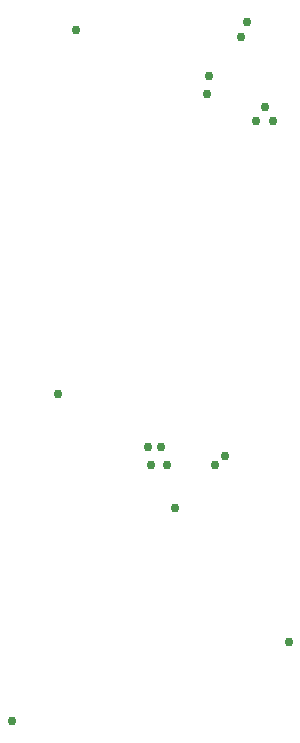
<source format=gbr>
G04 EAGLE Gerber RS-274X export*
G75*
%MOMM*%
%FSLAX34Y34*%
%LPD*%
%INVias*%
%IPPOS*%
%AMOC8*
5,1,8,0,0,1.08239X$1,22.5*%
G01*
%ADD10C,0.756400*%


D10*
X322000Y707000D03*
X317000Y694000D03*
X290000Y661000D03*
X288000Y646000D03*
X330000Y623000D03*
X344000Y623000D03*
X337000Y635000D03*
X238000Y347000D03*
X249000Y347000D03*
X241000Y332000D03*
X254000Y332000D03*
X295000Y332000D03*
X303000Y339000D03*
X177546Y700278D03*
X122682Y115062D03*
X260604Y294894D03*
X357378Y182118D03*
X161544Y391668D03*
M02*

</source>
